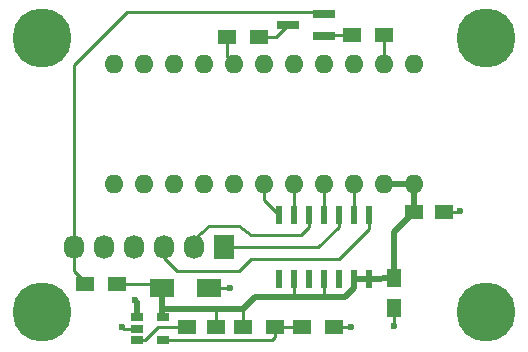
<source format=gbr>
G04 #@! TF.FileFunction,Copper,L1,Top,Signal*
%FSLAX46Y46*%
G04 Gerber Fmt 4.6, Leading zero omitted, Abs format (unit mm)*
G04 Created by KiCad (PCBNEW 4.0.5+dfsg1-4) date Wed Oct 11 14:54:32 2017*
%MOMM*%
%LPD*%
G01*
G04 APERTURE LIST*
%ADD10C,0.100000*%
%ADD11O,1.600000X1.600000*%
%ADD12R,1.250000X1.500000*%
%ADD13R,1.500000X1.250000*%
%ADD14R,2.000000X1.600000*%
%ADD15R,1.727200X2.032000*%
%ADD16O,1.727200X2.032000*%
%ADD17R,1.900000X0.800000*%
%ADD18R,1.500000X1.300000*%
%ADD19R,1.060000X0.650000*%
%ADD20R,0.600000X1.500000*%
%ADD21C,5.000000*%
%ADD22C,0.600000*%
%ADD23C,0.254000*%
%ADD24C,0.508000*%
%ADD25C,0.250000*%
G04 APERTURE END LIST*
D10*
D11*
X142240000Y-88646000D03*
X139700000Y-88646000D03*
X137160000Y-88646000D03*
X134620000Y-88646000D03*
X132080000Y-88646000D03*
X129540000Y-88646000D03*
X127000000Y-88646000D03*
X124460000Y-88646000D03*
X121920000Y-88646000D03*
X119380000Y-88646000D03*
X116840000Y-88646000D03*
X116840000Y-78486000D03*
X119380000Y-78486000D03*
X121920000Y-78486000D03*
X124460000Y-78486000D03*
X127000000Y-78486000D03*
X129540000Y-78486000D03*
X132080000Y-78486000D03*
X134620000Y-78486000D03*
X137160000Y-78486000D03*
X139700000Y-78486000D03*
X142240000Y-78486000D03*
D12*
X140564880Y-96647760D03*
X140564880Y-99147760D03*
D13*
X125514880Y-100797760D03*
X123014880Y-100797760D03*
D14*
X120914880Y-97497760D03*
X124914880Y-97497760D03*
D15*
X126164880Y-93997760D03*
D16*
X123624880Y-93997760D03*
X121084880Y-93997760D03*
X118544880Y-93997760D03*
X116004880Y-93997760D03*
X113464880Y-93997760D03*
D17*
X134596000Y-76134000D03*
X134596000Y-74234000D03*
X131596000Y-75184000D03*
D18*
X132739880Y-100797760D03*
X135439880Y-100797760D03*
X127789880Y-100797760D03*
X130489880Y-100797760D03*
X114414880Y-97097760D03*
X117114880Y-97097760D03*
X137029200Y-76047600D03*
X139729200Y-76047600D03*
X129112000Y-76200000D03*
X126412000Y-76200000D03*
D19*
X118764880Y-99947760D03*
X118764880Y-100897760D03*
X118764880Y-101847760D03*
X120964880Y-101847760D03*
X120964880Y-99947760D03*
D20*
X138430000Y-91280000D03*
X137160000Y-91280000D03*
X135890000Y-91280000D03*
X134620000Y-91280000D03*
X133350000Y-91280000D03*
X132080000Y-91280000D03*
X130810000Y-91280000D03*
X130810000Y-96680000D03*
X132080000Y-96680000D03*
X133350000Y-96680000D03*
X134620000Y-96680000D03*
X135890000Y-96680000D03*
X137160000Y-96680000D03*
X138430000Y-96680000D03*
D13*
X144760000Y-91033600D03*
X142260000Y-91033600D03*
D21*
X110764880Y-76297760D03*
X148364880Y-76297760D03*
X110764880Y-99497760D03*
X148364880Y-99497760D03*
D22*
X140564880Y-100697760D03*
X117564880Y-100797760D03*
X126664880Y-97497760D03*
X136939880Y-100797760D03*
X146164880Y-90947760D03*
X118589880Y-98497760D03*
D23*
X134620000Y-96680000D02*
X134620000Y-98247200D01*
X134764880Y-98097760D02*
X134764880Y-98247200D01*
X134764880Y-98102320D02*
X134764880Y-98097760D01*
X134620000Y-98247200D02*
X134764880Y-98102320D01*
D24*
X131964880Y-98247200D02*
X134764880Y-98247200D01*
X134764880Y-98247200D02*
X136415440Y-98247200D01*
X137160000Y-97502640D02*
X137160000Y-96680000D01*
X136415440Y-98247200D02*
X137160000Y-97502640D01*
D23*
X117114880Y-97097760D02*
X120514880Y-97097760D01*
X120514880Y-97097760D02*
X120914880Y-97497760D01*
D24*
X140564880Y-96647760D02*
X140564880Y-92728720D01*
X140564880Y-92728720D02*
X142260000Y-91033600D01*
D25*
X117514880Y-97497760D02*
X117114880Y-97097760D01*
D23*
X127789880Y-100797760D02*
X127789880Y-99272760D01*
X127789880Y-99272760D02*
X127764880Y-99247760D01*
X125514880Y-100797760D02*
X125514880Y-99397760D01*
X125514880Y-99397760D02*
X125664880Y-99247760D01*
D24*
X132080000Y-98247200D02*
X131964880Y-98247200D01*
X131964880Y-98247200D02*
X128765440Y-98247200D01*
X128765440Y-98247200D02*
X127764880Y-99247760D01*
X127764880Y-99247760D02*
X125664880Y-99247760D01*
X120913420Y-99247760D02*
X120913420Y-99248300D01*
X125664880Y-99247760D02*
X120913420Y-99247760D01*
D25*
X125614880Y-100897760D02*
X125514880Y-100797760D01*
X125614880Y-100897760D02*
X125514880Y-100797760D01*
D24*
X120914880Y-97497760D02*
X120913420Y-99248300D01*
X120913420Y-99248300D02*
X120912880Y-99895760D01*
D25*
X120912880Y-99895760D02*
X120964880Y-99947760D01*
X132080000Y-96680000D02*
X132080000Y-98247200D01*
D24*
X137160000Y-96680000D02*
X138430000Y-96680000D01*
X138430000Y-96680000D02*
X140557280Y-96640160D01*
D25*
X140557280Y-96640160D02*
X140564880Y-96647760D01*
D24*
X142260000Y-91033600D02*
X142260000Y-88666000D01*
D25*
X142260000Y-88666000D02*
X142240000Y-88646000D01*
D24*
X139700000Y-88646000D02*
X142240000Y-88646000D01*
D23*
X123014880Y-100797760D02*
X120589880Y-100797760D01*
X119489880Y-101897760D02*
X118814880Y-101897760D01*
X120589880Y-100797760D02*
X119489880Y-101897760D01*
X118814880Y-101897760D02*
X118764880Y-101847760D01*
D25*
X118764880Y-101847760D02*
X119168880Y-101847760D01*
X140564880Y-99147760D02*
X140539480Y-100723160D01*
X140539480Y-100723160D02*
X140564880Y-100697760D01*
X118764880Y-100897760D02*
X117691880Y-100924760D01*
X117691880Y-100924760D02*
X117564880Y-100797760D01*
X124914880Y-97497760D02*
X126664880Y-97497760D01*
X135439880Y-100797760D02*
X136939880Y-100797760D01*
X144760000Y-91033600D02*
X146063280Y-91049360D01*
X146063280Y-91049360D02*
X146164880Y-90947760D01*
X129540000Y-88646000D02*
X129540000Y-90010000D01*
X129540000Y-90010000D02*
X130810000Y-91280000D01*
X126412000Y-76200000D02*
X126412000Y-77898000D01*
X126412000Y-77898000D02*
X127000000Y-78486000D01*
X135890000Y-91280000D02*
X135890000Y-92272640D01*
X134164880Y-93997760D02*
X126164880Y-93997760D01*
X135890000Y-92272640D02*
X134164880Y-93997760D01*
X133350000Y-91280000D02*
X133350000Y-92312640D01*
X124914880Y-92247760D02*
X123624880Y-93287760D01*
X127414880Y-92247760D02*
X124914880Y-92247760D01*
X128414880Y-92997760D02*
X127414880Y-92247760D01*
X132664880Y-92997760D02*
X128414880Y-92997760D01*
X133350000Y-92312640D02*
X132664880Y-92997760D01*
X123624880Y-93287760D02*
X123624880Y-93997760D01*
X123624880Y-93997760D02*
X123624880Y-93037760D01*
X123624880Y-93997760D02*
X123624880Y-93032560D01*
X133350000Y-91280000D02*
X133350000Y-91897200D01*
X138430000Y-91280000D02*
X138430000Y-92482640D01*
X122164880Y-95997760D02*
X121084880Y-94917760D01*
X127414880Y-95997760D02*
X122164880Y-95997760D01*
X128414880Y-94997760D02*
X127414880Y-95997760D01*
X135914880Y-94997760D02*
X128414880Y-94997760D01*
X138430000Y-92482640D02*
X135914880Y-94997760D01*
X121084880Y-94917760D02*
X121084880Y-93997760D01*
X121084880Y-93997760D02*
X121084880Y-94667760D01*
D24*
X118764880Y-99947760D02*
X118759880Y-98667760D01*
D25*
X118759880Y-98667760D02*
X118589880Y-98497760D01*
D23*
X114414880Y-97097760D02*
X114414880Y-96947760D01*
X114414880Y-96947760D02*
X113464880Y-95997760D01*
X113464880Y-95997760D02*
X113464880Y-93997760D01*
D25*
X113464880Y-93997760D02*
X113464880Y-78597760D01*
X113464880Y-78597760D02*
X117964880Y-74097760D01*
X117964880Y-74097760D02*
X134459760Y-74097760D01*
X134459760Y-74097760D02*
X134596000Y-74234000D01*
X114414880Y-97097760D02*
X114364880Y-97097760D01*
X114367880Y-97050760D02*
X114414880Y-97097760D01*
X113486480Y-93976160D02*
X113464880Y-93997760D01*
X137029200Y-76047600D02*
X134682400Y-76047600D01*
X134682400Y-76047600D02*
X134596000Y-76134000D01*
X134204800Y-76047600D02*
X134189600Y-76032400D01*
X129112000Y-76200000D02*
X130580000Y-76200000D01*
X130580000Y-76200000D02*
X131596000Y-75184000D01*
D23*
X130489880Y-100797760D02*
X130489880Y-101572760D01*
X130214880Y-101847760D02*
X120964880Y-101847760D01*
X130489880Y-101572760D02*
X130214880Y-101847760D01*
X130489880Y-100797760D02*
X130489880Y-101172760D01*
D25*
X120964880Y-101847760D02*
X121068880Y-101847760D01*
X130489880Y-100797760D02*
X132739880Y-100797760D01*
X139729200Y-76047600D02*
X139729200Y-78456800D01*
X139729200Y-78456800D02*
X139700000Y-78486000D01*
X137160000Y-91280000D02*
X137160000Y-88646000D01*
X134620000Y-91280000D02*
X134620000Y-88646000D01*
X132080000Y-91280000D02*
X132080000Y-88646000D01*
M02*

</source>
